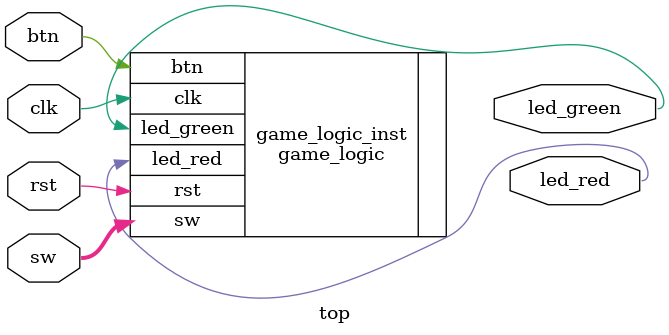
<source format=v>
`timescale 1ns / 1ps

module top(
    input wire clk,
    input wire rst,
    input wire btn,
    input wire [3:0] sw,
    output wire led_red,
    output wire led_green
    
);

    game_logic game_logic_inst (
        .clk(clk),
        .rst(rst),
        .btn(btn),
        .sw(sw),
        .led_red(led_red),
        .led_green(led_green)
        
    );

endmodule

</source>
